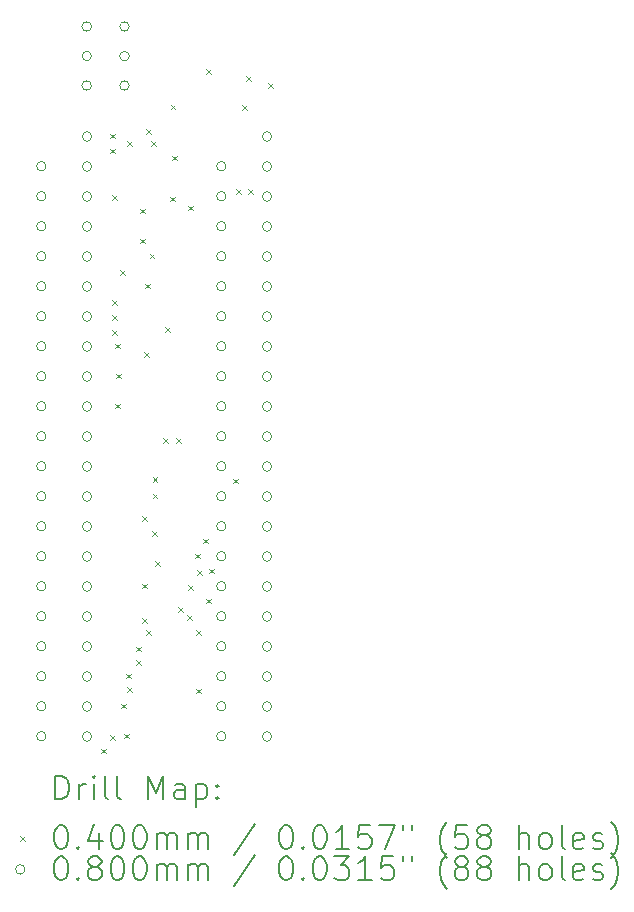
<source format=gbr>
%FSLAX45Y45*%
G04 Gerber Fmt 4.5, Leading zero omitted, Abs format (unit mm)*
G04 Created by KiCad (PCBNEW (6.0.6-1)-1) date 2022-08-08 01:27:30*
%MOMM*%
%LPD*%
G01*
G04 APERTURE LIST*
%ADD10C,0.200000*%
%ADD11C,0.040000*%
%ADD12C,0.080000*%
G04 APERTURE END LIST*
D10*
D11*
X13365800Y-11600500D02*
X13405800Y-11640500D01*
X13405800Y-11600500D02*
X13365800Y-11640500D01*
X13438250Y-6393500D02*
X13478250Y-6433500D01*
X13478250Y-6393500D02*
X13438250Y-6433500D01*
X13442000Y-6520500D02*
X13482000Y-6560500D01*
X13482000Y-6520500D02*
X13442000Y-6560500D01*
X13442000Y-11486200D02*
X13482000Y-11526200D01*
X13482000Y-11486200D02*
X13442000Y-11526200D01*
X13454700Y-6914200D02*
X13494700Y-6954200D01*
X13494700Y-6914200D02*
X13454700Y-6954200D01*
X13454700Y-7803200D02*
X13494700Y-7843200D01*
X13494700Y-7803200D02*
X13454700Y-7843200D01*
X13454700Y-7930200D02*
X13494700Y-7970200D01*
X13494700Y-7930200D02*
X13454700Y-7970200D01*
X13454700Y-8057200D02*
X13494700Y-8097200D01*
X13494700Y-8057200D02*
X13454700Y-8097200D01*
X13483250Y-8171500D02*
X13523250Y-8211500D01*
X13523250Y-8171500D02*
X13483250Y-8211500D01*
X13483250Y-8679500D02*
X13523250Y-8719500D01*
X13523250Y-8679500D02*
X13483250Y-8719500D01*
X13492800Y-8425500D02*
X13532800Y-8465500D01*
X13532800Y-8425500D02*
X13492800Y-8465500D01*
X13527150Y-7549200D02*
X13567150Y-7589200D01*
X13567150Y-7549200D02*
X13527150Y-7589200D01*
X13530900Y-11219500D02*
X13570900Y-11259500D01*
X13570900Y-11219500D02*
X13530900Y-11259500D01*
X13556300Y-11473500D02*
X13596300Y-11513500D01*
X13596300Y-11473500D02*
X13556300Y-11513500D01*
X13573250Y-10965500D02*
X13613250Y-11005500D01*
X13613250Y-10965500D02*
X13573250Y-11005500D01*
X13581700Y-11079800D02*
X13621700Y-11119800D01*
X13621700Y-11079800D02*
X13581700Y-11119800D01*
X13583002Y-6457096D02*
X13623002Y-6497096D01*
X13623002Y-6457096D02*
X13583002Y-6497096D01*
X13657900Y-10736900D02*
X13697900Y-10776900D01*
X13697900Y-10736900D02*
X13657900Y-10776900D01*
X13657900Y-10851200D02*
X13697900Y-10891200D01*
X13697900Y-10851200D02*
X13657900Y-10891200D01*
X13692250Y-7028500D02*
X13732250Y-7068500D01*
X13732250Y-7028500D02*
X13692250Y-7068500D01*
X13696000Y-7282500D02*
X13736000Y-7322500D01*
X13736000Y-7282500D02*
X13696000Y-7322500D01*
X13708250Y-10495600D02*
X13748250Y-10535600D01*
X13748250Y-10495600D02*
X13708250Y-10535600D01*
X13708300Y-9631530D02*
X13748300Y-9671530D01*
X13748300Y-9631530D02*
X13708300Y-9671530D01*
X13708300Y-10203500D02*
X13748300Y-10243500D01*
X13748300Y-10203500D02*
X13708300Y-10243500D01*
X13724550Y-8246595D02*
X13764550Y-8286595D01*
X13764550Y-8246595D02*
X13724550Y-8286595D01*
X13737250Y-7663500D02*
X13777250Y-7703500D01*
X13777250Y-7663500D02*
X13737250Y-7703500D01*
X13746800Y-6355400D02*
X13786800Y-6395400D01*
X13786800Y-6355400D02*
X13746800Y-6395400D01*
X13746800Y-10597200D02*
X13786800Y-10637200D01*
X13786800Y-10597200D02*
X13746800Y-10637200D01*
X13773095Y-7410395D02*
X13813095Y-7450395D01*
X13813095Y-7410395D02*
X13773095Y-7450395D01*
X13784900Y-6457000D02*
X13824900Y-6497000D01*
X13824900Y-6457000D02*
X13784900Y-6497000D01*
X13798030Y-9759430D02*
X13838030Y-9799430D01*
X13838030Y-9759430D02*
X13798030Y-9799430D01*
X13798250Y-9301800D02*
X13838250Y-9341800D01*
X13838250Y-9301800D02*
X13798250Y-9341800D01*
X13798250Y-9441500D02*
X13838250Y-9481500D01*
X13838250Y-9441500D02*
X13798250Y-9481500D01*
X13819250Y-10013000D02*
X13859250Y-10053000D01*
X13859250Y-10013000D02*
X13819250Y-10053000D01*
X13888250Y-8971600D02*
X13928250Y-9011600D01*
X13928250Y-8971600D02*
X13888250Y-9011600D01*
X13902950Y-8031800D02*
X13942950Y-8071800D01*
X13942950Y-8031800D02*
X13902950Y-8071800D01*
X13950000Y-6926900D02*
X13990000Y-6966900D01*
X13990000Y-6926900D02*
X13950000Y-6966900D01*
X13952540Y-6149470D02*
X13992540Y-6189470D01*
X13992540Y-6149470D02*
X13952540Y-6189470D01*
X13962700Y-6580130D02*
X14002700Y-6620130D01*
X14002700Y-6580130D02*
X13962700Y-6620130D01*
X13996550Y-8971600D02*
X14036550Y-9011600D01*
X14036550Y-8971600D02*
X13996550Y-9011600D01*
X14013500Y-10402950D02*
X14053500Y-10442950D01*
X14053500Y-10402950D02*
X14013500Y-10442950D01*
X14089700Y-10470200D02*
X14129700Y-10510200D01*
X14129700Y-10470200D02*
X14089700Y-10510200D01*
X14097200Y-10216200D02*
X14137200Y-10256200D01*
X14137200Y-10216200D02*
X14097200Y-10256200D01*
X14102400Y-7003100D02*
X14142400Y-7043100D01*
X14142400Y-7003100D02*
X14102400Y-7043100D01*
X14156950Y-9949500D02*
X14196950Y-9989500D01*
X14196950Y-9949500D02*
X14156950Y-9989500D01*
X14165900Y-11092500D02*
X14205900Y-11132500D01*
X14205900Y-11092500D02*
X14165900Y-11132500D01*
X14169650Y-10597200D02*
X14209650Y-10637200D01*
X14209650Y-10597200D02*
X14169650Y-10637200D01*
X14178600Y-10089200D02*
X14218600Y-10129200D01*
X14218600Y-10089200D02*
X14178600Y-10129200D01*
X14229400Y-9822500D02*
X14269400Y-9862500D01*
X14269400Y-9822500D02*
X14229400Y-9862500D01*
X14254800Y-5847400D02*
X14294800Y-5887400D01*
X14294800Y-5847400D02*
X14254800Y-5887400D01*
X14254800Y-10330500D02*
X14294800Y-10370500D01*
X14294800Y-10330500D02*
X14254800Y-10370500D01*
X14280200Y-10076500D02*
X14320200Y-10116500D01*
X14320200Y-10076500D02*
X14280200Y-10116500D01*
X14483400Y-9314500D02*
X14523400Y-9354500D01*
X14523400Y-9314500D02*
X14483400Y-9354500D01*
X14508800Y-6863400D02*
X14548800Y-6903400D01*
X14548800Y-6863400D02*
X14508800Y-6903400D01*
X14559600Y-6152200D02*
X14599600Y-6192200D01*
X14599600Y-6152200D02*
X14559600Y-6192200D01*
X14592630Y-5908490D02*
X14632630Y-5948490D01*
X14632630Y-5908490D02*
X14592630Y-5948490D01*
X14610400Y-6863400D02*
X14650400Y-6903400D01*
X14650400Y-6863400D02*
X14610400Y-6903400D01*
X14776655Y-5968981D02*
X14816655Y-6008981D01*
X14816655Y-5968981D02*
X14776655Y-6008981D01*
D12*
X12896980Y-6670540D02*
G75*
G03*
X12896980Y-6670540I-40000J0D01*
G01*
X12896980Y-6924540D02*
G75*
G03*
X12896980Y-6924540I-40000J0D01*
G01*
X12896980Y-7178540D02*
G75*
G03*
X12896980Y-7178540I-40000J0D01*
G01*
X12896980Y-7432540D02*
G75*
G03*
X12896980Y-7432540I-40000J0D01*
G01*
X12896980Y-7686540D02*
G75*
G03*
X12896980Y-7686540I-40000J0D01*
G01*
X12896980Y-7940540D02*
G75*
G03*
X12896980Y-7940540I-40000J0D01*
G01*
X12896980Y-8194540D02*
G75*
G03*
X12896980Y-8194540I-40000J0D01*
G01*
X12896980Y-8448540D02*
G75*
G03*
X12896980Y-8448540I-40000J0D01*
G01*
X12896980Y-8702540D02*
G75*
G03*
X12896980Y-8702540I-40000J0D01*
G01*
X12896980Y-8956540D02*
G75*
G03*
X12896980Y-8956540I-40000J0D01*
G01*
X12896980Y-9210540D02*
G75*
G03*
X12896980Y-9210540I-40000J0D01*
G01*
X12896980Y-9464540D02*
G75*
G03*
X12896980Y-9464540I-40000J0D01*
G01*
X12896980Y-9718540D02*
G75*
G03*
X12896980Y-9718540I-40000J0D01*
G01*
X12896980Y-9972540D02*
G75*
G03*
X12896980Y-9972540I-40000J0D01*
G01*
X12896980Y-10226540D02*
G75*
G03*
X12896980Y-10226540I-40000J0D01*
G01*
X12896980Y-10480540D02*
G75*
G03*
X12896980Y-10480540I-40000J0D01*
G01*
X12896980Y-10734540D02*
G75*
G03*
X12896980Y-10734540I-40000J0D01*
G01*
X12896980Y-10988540D02*
G75*
G03*
X12896980Y-10988540I-40000J0D01*
G01*
X12896980Y-11242540D02*
G75*
G03*
X12896980Y-11242540I-40000J0D01*
G01*
X12896980Y-11496540D02*
G75*
G03*
X12896980Y-11496540I-40000J0D01*
G01*
X13281040Y-5486950D02*
G75*
G03*
X13281040Y-5486950I-40000J0D01*
G01*
X13281040Y-5736950D02*
G75*
G03*
X13281040Y-5736950I-40000J0D01*
G01*
X13281040Y-5986950D02*
G75*
G03*
X13281040Y-5986950I-40000J0D01*
G01*
X13283560Y-6418580D02*
G75*
G03*
X13283560Y-6418580I-40000J0D01*
G01*
X13283560Y-6672580D02*
G75*
G03*
X13283560Y-6672580I-40000J0D01*
G01*
X13283560Y-6926580D02*
G75*
G03*
X13283560Y-6926580I-40000J0D01*
G01*
X13283560Y-7180580D02*
G75*
G03*
X13283560Y-7180580I-40000J0D01*
G01*
X13283560Y-7434580D02*
G75*
G03*
X13283560Y-7434580I-40000J0D01*
G01*
X13283560Y-7688580D02*
G75*
G03*
X13283560Y-7688580I-40000J0D01*
G01*
X13283560Y-7942580D02*
G75*
G03*
X13283560Y-7942580I-40000J0D01*
G01*
X13283560Y-8196580D02*
G75*
G03*
X13283560Y-8196580I-40000J0D01*
G01*
X13283560Y-8450580D02*
G75*
G03*
X13283560Y-8450580I-40000J0D01*
G01*
X13283560Y-8704580D02*
G75*
G03*
X13283560Y-8704580I-40000J0D01*
G01*
X13283560Y-8958580D02*
G75*
G03*
X13283560Y-8958580I-40000J0D01*
G01*
X13283560Y-9212580D02*
G75*
G03*
X13283560Y-9212580I-40000J0D01*
G01*
X13283560Y-9466580D02*
G75*
G03*
X13283560Y-9466580I-40000J0D01*
G01*
X13283560Y-9720580D02*
G75*
G03*
X13283560Y-9720580I-40000J0D01*
G01*
X13283560Y-9974580D02*
G75*
G03*
X13283560Y-9974580I-40000J0D01*
G01*
X13283560Y-10228580D02*
G75*
G03*
X13283560Y-10228580I-40000J0D01*
G01*
X13283560Y-10482580D02*
G75*
G03*
X13283560Y-10482580I-40000J0D01*
G01*
X13283560Y-10736580D02*
G75*
G03*
X13283560Y-10736580I-40000J0D01*
G01*
X13283560Y-10990580D02*
G75*
G03*
X13283560Y-10990580I-40000J0D01*
G01*
X13283560Y-11244580D02*
G75*
G03*
X13283560Y-11244580I-40000J0D01*
G01*
X13283560Y-11498580D02*
G75*
G03*
X13283560Y-11498580I-40000J0D01*
G01*
X13601040Y-5486950D02*
G75*
G03*
X13601040Y-5486950I-40000J0D01*
G01*
X13601040Y-5736950D02*
G75*
G03*
X13601040Y-5736950I-40000J0D01*
G01*
X13601040Y-5986950D02*
G75*
G03*
X13601040Y-5986950I-40000J0D01*
G01*
X14420980Y-6670540D02*
G75*
G03*
X14420980Y-6670540I-40000J0D01*
G01*
X14420980Y-6924540D02*
G75*
G03*
X14420980Y-6924540I-40000J0D01*
G01*
X14420980Y-7178540D02*
G75*
G03*
X14420980Y-7178540I-40000J0D01*
G01*
X14420980Y-7432540D02*
G75*
G03*
X14420980Y-7432540I-40000J0D01*
G01*
X14420980Y-7686540D02*
G75*
G03*
X14420980Y-7686540I-40000J0D01*
G01*
X14420980Y-7940540D02*
G75*
G03*
X14420980Y-7940540I-40000J0D01*
G01*
X14420980Y-8194540D02*
G75*
G03*
X14420980Y-8194540I-40000J0D01*
G01*
X14420980Y-8448540D02*
G75*
G03*
X14420980Y-8448540I-40000J0D01*
G01*
X14420980Y-8702540D02*
G75*
G03*
X14420980Y-8702540I-40000J0D01*
G01*
X14420980Y-8956540D02*
G75*
G03*
X14420980Y-8956540I-40000J0D01*
G01*
X14420980Y-9210540D02*
G75*
G03*
X14420980Y-9210540I-40000J0D01*
G01*
X14420980Y-9464540D02*
G75*
G03*
X14420980Y-9464540I-40000J0D01*
G01*
X14420980Y-9718540D02*
G75*
G03*
X14420980Y-9718540I-40000J0D01*
G01*
X14420980Y-9972540D02*
G75*
G03*
X14420980Y-9972540I-40000J0D01*
G01*
X14420980Y-10226540D02*
G75*
G03*
X14420980Y-10226540I-40000J0D01*
G01*
X14420980Y-10480540D02*
G75*
G03*
X14420980Y-10480540I-40000J0D01*
G01*
X14420980Y-10734540D02*
G75*
G03*
X14420980Y-10734540I-40000J0D01*
G01*
X14420980Y-10988540D02*
G75*
G03*
X14420980Y-10988540I-40000J0D01*
G01*
X14420980Y-11242540D02*
G75*
G03*
X14420980Y-11242540I-40000J0D01*
G01*
X14420980Y-11496540D02*
G75*
G03*
X14420980Y-11496540I-40000J0D01*
G01*
X14807560Y-6418580D02*
G75*
G03*
X14807560Y-6418580I-40000J0D01*
G01*
X14807560Y-6672580D02*
G75*
G03*
X14807560Y-6672580I-40000J0D01*
G01*
X14807560Y-6926580D02*
G75*
G03*
X14807560Y-6926580I-40000J0D01*
G01*
X14807560Y-7180580D02*
G75*
G03*
X14807560Y-7180580I-40000J0D01*
G01*
X14807560Y-7434580D02*
G75*
G03*
X14807560Y-7434580I-40000J0D01*
G01*
X14807560Y-7688580D02*
G75*
G03*
X14807560Y-7688580I-40000J0D01*
G01*
X14807560Y-7942580D02*
G75*
G03*
X14807560Y-7942580I-40000J0D01*
G01*
X14807560Y-8196580D02*
G75*
G03*
X14807560Y-8196580I-40000J0D01*
G01*
X14807560Y-8450580D02*
G75*
G03*
X14807560Y-8450580I-40000J0D01*
G01*
X14807560Y-8704580D02*
G75*
G03*
X14807560Y-8704580I-40000J0D01*
G01*
X14807560Y-8958580D02*
G75*
G03*
X14807560Y-8958580I-40000J0D01*
G01*
X14807560Y-9212580D02*
G75*
G03*
X14807560Y-9212580I-40000J0D01*
G01*
X14807560Y-9466580D02*
G75*
G03*
X14807560Y-9466580I-40000J0D01*
G01*
X14807560Y-9720580D02*
G75*
G03*
X14807560Y-9720580I-40000J0D01*
G01*
X14807560Y-9974580D02*
G75*
G03*
X14807560Y-9974580I-40000J0D01*
G01*
X14807560Y-10228580D02*
G75*
G03*
X14807560Y-10228580I-40000J0D01*
G01*
X14807560Y-10482580D02*
G75*
G03*
X14807560Y-10482580I-40000J0D01*
G01*
X14807560Y-10736580D02*
G75*
G03*
X14807560Y-10736580I-40000J0D01*
G01*
X14807560Y-10990580D02*
G75*
G03*
X14807560Y-10990580I-40000J0D01*
G01*
X14807560Y-11244580D02*
G75*
G03*
X14807560Y-11244580I-40000J0D01*
G01*
X14807560Y-11498580D02*
G75*
G03*
X14807560Y-11498580I-40000J0D01*
G01*
D10*
X12976469Y-12030126D02*
X12976469Y-11830126D01*
X13024088Y-11830126D01*
X13052659Y-11839650D01*
X13071707Y-11858698D01*
X13081231Y-11877745D01*
X13090755Y-11915840D01*
X13090755Y-11944412D01*
X13081231Y-11982507D01*
X13071707Y-12001555D01*
X13052659Y-12020602D01*
X13024088Y-12030126D01*
X12976469Y-12030126D01*
X13176469Y-12030126D02*
X13176469Y-11896793D01*
X13176469Y-11934888D02*
X13185993Y-11915840D01*
X13195517Y-11906317D01*
X13214564Y-11896793D01*
X13233612Y-11896793D01*
X13300278Y-12030126D02*
X13300278Y-11896793D01*
X13300278Y-11830126D02*
X13290755Y-11839650D01*
X13300278Y-11849174D01*
X13309802Y-11839650D01*
X13300278Y-11830126D01*
X13300278Y-11849174D01*
X13424088Y-12030126D02*
X13405040Y-12020602D01*
X13395517Y-12001555D01*
X13395517Y-11830126D01*
X13528850Y-12030126D02*
X13509802Y-12020602D01*
X13500278Y-12001555D01*
X13500278Y-11830126D01*
X13757421Y-12030126D02*
X13757421Y-11830126D01*
X13824088Y-11972983D01*
X13890755Y-11830126D01*
X13890755Y-12030126D01*
X14071707Y-12030126D02*
X14071707Y-11925364D01*
X14062183Y-11906317D01*
X14043136Y-11896793D01*
X14005040Y-11896793D01*
X13985993Y-11906317D01*
X14071707Y-12020602D02*
X14052659Y-12030126D01*
X14005040Y-12030126D01*
X13985993Y-12020602D01*
X13976469Y-12001555D01*
X13976469Y-11982507D01*
X13985993Y-11963459D01*
X14005040Y-11953936D01*
X14052659Y-11953936D01*
X14071707Y-11944412D01*
X14166945Y-11896793D02*
X14166945Y-12096793D01*
X14166945Y-11906317D02*
X14185993Y-11896793D01*
X14224088Y-11896793D01*
X14243136Y-11906317D01*
X14252659Y-11915840D01*
X14262183Y-11934888D01*
X14262183Y-11992031D01*
X14252659Y-12011078D01*
X14243136Y-12020602D01*
X14224088Y-12030126D01*
X14185993Y-12030126D01*
X14166945Y-12020602D01*
X14347898Y-12011078D02*
X14357421Y-12020602D01*
X14347898Y-12030126D01*
X14338374Y-12020602D01*
X14347898Y-12011078D01*
X14347898Y-12030126D01*
X14347898Y-11906317D02*
X14357421Y-11915840D01*
X14347898Y-11925364D01*
X14338374Y-11915840D01*
X14347898Y-11906317D01*
X14347898Y-11925364D01*
D11*
X12678850Y-12339650D02*
X12718850Y-12379650D01*
X12718850Y-12339650D02*
X12678850Y-12379650D01*
D10*
X13014564Y-12250126D02*
X13033612Y-12250126D01*
X13052659Y-12259650D01*
X13062183Y-12269174D01*
X13071707Y-12288221D01*
X13081231Y-12326317D01*
X13081231Y-12373936D01*
X13071707Y-12412031D01*
X13062183Y-12431078D01*
X13052659Y-12440602D01*
X13033612Y-12450126D01*
X13014564Y-12450126D01*
X12995517Y-12440602D01*
X12985993Y-12431078D01*
X12976469Y-12412031D01*
X12966945Y-12373936D01*
X12966945Y-12326317D01*
X12976469Y-12288221D01*
X12985993Y-12269174D01*
X12995517Y-12259650D01*
X13014564Y-12250126D01*
X13166945Y-12431078D02*
X13176469Y-12440602D01*
X13166945Y-12450126D01*
X13157421Y-12440602D01*
X13166945Y-12431078D01*
X13166945Y-12450126D01*
X13347898Y-12316793D02*
X13347898Y-12450126D01*
X13300278Y-12240602D02*
X13252659Y-12383459D01*
X13376469Y-12383459D01*
X13490755Y-12250126D02*
X13509802Y-12250126D01*
X13528850Y-12259650D01*
X13538374Y-12269174D01*
X13547898Y-12288221D01*
X13557421Y-12326317D01*
X13557421Y-12373936D01*
X13547898Y-12412031D01*
X13538374Y-12431078D01*
X13528850Y-12440602D01*
X13509802Y-12450126D01*
X13490755Y-12450126D01*
X13471707Y-12440602D01*
X13462183Y-12431078D01*
X13452659Y-12412031D01*
X13443136Y-12373936D01*
X13443136Y-12326317D01*
X13452659Y-12288221D01*
X13462183Y-12269174D01*
X13471707Y-12259650D01*
X13490755Y-12250126D01*
X13681231Y-12250126D02*
X13700278Y-12250126D01*
X13719326Y-12259650D01*
X13728850Y-12269174D01*
X13738374Y-12288221D01*
X13747898Y-12326317D01*
X13747898Y-12373936D01*
X13738374Y-12412031D01*
X13728850Y-12431078D01*
X13719326Y-12440602D01*
X13700278Y-12450126D01*
X13681231Y-12450126D01*
X13662183Y-12440602D01*
X13652659Y-12431078D01*
X13643136Y-12412031D01*
X13633612Y-12373936D01*
X13633612Y-12326317D01*
X13643136Y-12288221D01*
X13652659Y-12269174D01*
X13662183Y-12259650D01*
X13681231Y-12250126D01*
X13833612Y-12450126D02*
X13833612Y-12316793D01*
X13833612Y-12335840D02*
X13843136Y-12326317D01*
X13862183Y-12316793D01*
X13890755Y-12316793D01*
X13909802Y-12326317D01*
X13919326Y-12345364D01*
X13919326Y-12450126D01*
X13919326Y-12345364D02*
X13928850Y-12326317D01*
X13947898Y-12316793D01*
X13976469Y-12316793D01*
X13995517Y-12326317D01*
X14005040Y-12345364D01*
X14005040Y-12450126D01*
X14100278Y-12450126D02*
X14100278Y-12316793D01*
X14100278Y-12335840D02*
X14109802Y-12326317D01*
X14128850Y-12316793D01*
X14157421Y-12316793D01*
X14176469Y-12326317D01*
X14185993Y-12345364D01*
X14185993Y-12450126D01*
X14185993Y-12345364D02*
X14195517Y-12326317D01*
X14214564Y-12316793D01*
X14243136Y-12316793D01*
X14262183Y-12326317D01*
X14271707Y-12345364D01*
X14271707Y-12450126D01*
X14662183Y-12240602D02*
X14490755Y-12497745D01*
X14919326Y-12250126D02*
X14938374Y-12250126D01*
X14957421Y-12259650D01*
X14966945Y-12269174D01*
X14976469Y-12288221D01*
X14985993Y-12326317D01*
X14985993Y-12373936D01*
X14976469Y-12412031D01*
X14966945Y-12431078D01*
X14957421Y-12440602D01*
X14938374Y-12450126D01*
X14919326Y-12450126D01*
X14900278Y-12440602D01*
X14890755Y-12431078D01*
X14881231Y-12412031D01*
X14871707Y-12373936D01*
X14871707Y-12326317D01*
X14881231Y-12288221D01*
X14890755Y-12269174D01*
X14900278Y-12259650D01*
X14919326Y-12250126D01*
X15071707Y-12431078D02*
X15081231Y-12440602D01*
X15071707Y-12450126D01*
X15062183Y-12440602D01*
X15071707Y-12431078D01*
X15071707Y-12450126D01*
X15205040Y-12250126D02*
X15224088Y-12250126D01*
X15243136Y-12259650D01*
X15252659Y-12269174D01*
X15262183Y-12288221D01*
X15271707Y-12326317D01*
X15271707Y-12373936D01*
X15262183Y-12412031D01*
X15252659Y-12431078D01*
X15243136Y-12440602D01*
X15224088Y-12450126D01*
X15205040Y-12450126D01*
X15185993Y-12440602D01*
X15176469Y-12431078D01*
X15166945Y-12412031D01*
X15157421Y-12373936D01*
X15157421Y-12326317D01*
X15166945Y-12288221D01*
X15176469Y-12269174D01*
X15185993Y-12259650D01*
X15205040Y-12250126D01*
X15462183Y-12450126D02*
X15347898Y-12450126D01*
X15405040Y-12450126D02*
X15405040Y-12250126D01*
X15385993Y-12278698D01*
X15366945Y-12297745D01*
X15347898Y-12307269D01*
X15643136Y-12250126D02*
X15547898Y-12250126D01*
X15538374Y-12345364D01*
X15547898Y-12335840D01*
X15566945Y-12326317D01*
X15614564Y-12326317D01*
X15633612Y-12335840D01*
X15643136Y-12345364D01*
X15652659Y-12364412D01*
X15652659Y-12412031D01*
X15643136Y-12431078D01*
X15633612Y-12440602D01*
X15614564Y-12450126D01*
X15566945Y-12450126D01*
X15547898Y-12440602D01*
X15538374Y-12431078D01*
X15719326Y-12250126D02*
X15852659Y-12250126D01*
X15766945Y-12450126D01*
X15919326Y-12250126D02*
X15919326Y-12288221D01*
X15995517Y-12250126D02*
X15995517Y-12288221D01*
X16290755Y-12526317D02*
X16281231Y-12516793D01*
X16262183Y-12488221D01*
X16252659Y-12469174D01*
X16243136Y-12440602D01*
X16233612Y-12392983D01*
X16233612Y-12354888D01*
X16243136Y-12307269D01*
X16252659Y-12278698D01*
X16262183Y-12259650D01*
X16281231Y-12231078D01*
X16290755Y-12221555D01*
X16462183Y-12250126D02*
X16366945Y-12250126D01*
X16357421Y-12345364D01*
X16366945Y-12335840D01*
X16385993Y-12326317D01*
X16433612Y-12326317D01*
X16452659Y-12335840D01*
X16462183Y-12345364D01*
X16471707Y-12364412D01*
X16471707Y-12412031D01*
X16462183Y-12431078D01*
X16452659Y-12440602D01*
X16433612Y-12450126D01*
X16385993Y-12450126D01*
X16366945Y-12440602D01*
X16357421Y-12431078D01*
X16585993Y-12335840D02*
X16566945Y-12326317D01*
X16557421Y-12316793D01*
X16547898Y-12297745D01*
X16547898Y-12288221D01*
X16557421Y-12269174D01*
X16566945Y-12259650D01*
X16585993Y-12250126D01*
X16624088Y-12250126D01*
X16643136Y-12259650D01*
X16652659Y-12269174D01*
X16662183Y-12288221D01*
X16662183Y-12297745D01*
X16652659Y-12316793D01*
X16643136Y-12326317D01*
X16624088Y-12335840D01*
X16585993Y-12335840D01*
X16566945Y-12345364D01*
X16557421Y-12354888D01*
X16547898Y-12373936D01*
X16547898Y-12412031D01*
X16557421Y-12431078D01*
X16566945Y-12440602D01*
X16585993Y-12450126D01*
X16624088Y-12450126D01*
X16643136Y-12440602D01*
X16652659Y-12431078D01*
X16662183Y-12412031D01*
X16662183Y-12373936D01*
X16652659Y-12354888D01*
X16643136Y-12345364D01*
X16624088Y-12335840D01*
X16900279Y-12450126D02*
X16900279Y-12250126D01*
X16985993Y-12450126D02*
X16985993Y-12345364D01*
X16976469Y-12326317D01*
X16957421Y-12316793D01*
X16928850Y-12316793D01*
X16909802Y-12326317D01*
X16900279Y-12335840D01*
X17109802Y-12450126D02*
X17090755Y-12440602D01*
X17081231Y-12431078D01*
X17071707Y-12412031D01*
X17071707Y-12354888D01*
X17081231Y-12335840D01*
X17090755Y-12326317D01*
X17109802Y-12316793D01*
X17138374Y-12316793D01*
X17157421Y-12326317D01*
X17166945Y-12335840D01*
X17176469Y-12354888D01*
X17176469Y-12412031D01*
X17166945Y-12431078D01*
X17157421Y-12440602D01*
X17138374Y-12450126D01*
X17109802Y-12450126D01*
X17290755Y-12450126D02*
X17271707Y-12440602D01*
X17262183Y-12421555D01*
X17262183Y-12250126D01*
X17443136Y-12440602D02*
X17424088Y-12450126D01*
X17385993Y-12450126D01*
X17366945Y-12440602D01*
X17357421Y-12421555D01*
X17357421Y-12345364D01*
X17366945Y-12326317D01*
X17385993Y-12316793D01*
X17424088Y-12316793D01*
X17443136Y-12326317D01*
X17452660Y-12345364D01*
X17452660Y-12364412D01*
X17357421Y-12383459D01*
X17528850Y-12440602D02*
X17547898Y-12450126D01*
X17585993Y-12450126D01*
X17605040Y-12440602D01*
X17614564Y-12421555D01*
X17614564Y-12412031D01*
X17605040Y-12392983D01*
X17585993Y-12383459D01*
X17557421Y-12383459D01*
X17538374Y-12373936D01*
X17528850Y-12354888D01*
X17528850Y-12345364D01*
X17538374Y-12326317D01*
X17557421Y-12316793D01*
X17585993Y-12316793D01*
X17605040Y-12326317D01*
X17681231Y-12526317D02*
X17690755Y-12516793D01*
X17709802Y-12488221D01*
X17719326Y-12469174D01*
X17728850Y-12440602D01*
X17738374Y-12392983D01*
X17738374Y-12354888D01*
X17728850Y-12307269D01*
X17719326Y-12278698D01*
X17709802Y-12259650D01*
X17690755Y-12231078D01*
X17681231Y-12221555D01*
D12*
X12718850Y-12623650D02*
G75*
G03*
X12718850Y-12623650I-40000J0D01*
G01*
D10*
X13014564Y-12514126D02*
X13033612Y-12514126D01*
X13052659Y-12523650D01*
X13062183Y-12533174D01*
X13071707Y-12552221D01*
X13081231Y-12590317D01*
X13081231Y-12637936D01*
X13071707Y-12676031D01*
X13062183Y-12695078D01*
X13052659Y-12704602D01*
X13033612Y-12714126D01*
X13014564Y-12714126D01*
X12995517Y-12704602D01*
X12985993Y-12695078D01*
X12976469Y-12676031D01*
X12966945Y-12637936D01*
X12966945Y-12590317D01*
X12976469Y-12552221D01*
X12985993Y-12533174D01*
X12995517Y-12523650D01*
X13014564Y-12514126D01*
X13166945Y-12695078D02*
X13176469Y-12704602D01*
X13166945Y-12714126D01*
X13157421Y-12704602D01*
X13166945Y-12695078D01*
X13166945Y-12714126D01*
X13290755Y-12599840D02*
X13271707Y-12590317D01*
X13262183Y-12580793D01*
X13252659Y-12561745D01*
X13252659Y-12552221D01*
X13262183Y-12533174D01*
X13271707Y-12523650D01*
X13290755Y-12514126D01*
X13328850Y-12514126D01*
X13347898Y-12523650D01*
X13357421Y-12533174D01*
X13366945Y-12552221D01*
X13366945Y-12561745D01*
X13357421Y-12580793D01*
X13347898Y-12590317D01*
X13328850Y-12599840D01*
X13290755Y-12599840D01*
X13271707Y-12609364D01*
X13262183Y-12618888D01*
X13252659Y-12637936D01*
X13252659Y-12676031D01*
X13262183Y-12695078D01*
X13271707Y-12704602D01*
X13290755Y-12714126D01*
X13328850Y-12714126D01*
X13347898Y-12704602D01*
X13357421Y-12695078D01*
X13366945Y-12676031D01*
X13366945Y-12637936D01*
X13357421Y-12618888D01*
X13347898Y-12609364D01*
X13328850Y-12599840D01*
X13490755Y-12514126D02*
X13509802Y-12514126D01*
X13528850Y-12523650D01*
X13538374Y-12533174D01*
X13547898Y-12552221D01*
X13557421Y-12590317D01*
X13557421Y-12637936D01*
X13547898Y-12676031D01*
X13538374Y-12695078D01*
X13528850Y-12704602D01*
X13509802Y-12714126D01*
X13490755Y-12714126D01*
X13471707Y-12704602D01*
X13462183Y-12695078D01*
X13452659Y-12676031D01*
X13443136Y-12637936D01*
X13443136Y-12590317D01*
X13452659Y-12552221D01*
X13462183Y-12533174D01*
X13471707Y-12523650D01*
X13490755Y-12514126D01*
X13681231Y-12514126D02*
X13700278Y-12514126D01*
X13719326Y-12523650D01*
X13728850Y-12533174D01*
X13738374Y-12552221D01*
X13747898Y-12590317D01*
X13747898Y-12637936D01*
X13738374Y-12676031D01*
X13728850Y-12695078D01*
X13719326Y-12704602D01*
X13700278Y-12714126D01*
X13681231Y-12714126D01*
X13662183Y-12704602D01*
X13652659Y-12695078D01*
X13643136Y-12676031D01*
X13633612Y-12637936D01*
X13633612Y-12590317D01*
X13643136Y-12552221D01*
X13652659Y-12533174D01*
X13662183Y-12523650D01*
X13681231Y-12514126D01*
X13833612Y-12714126D02*
X13833612Y-12580793D01*
X13833612Y-12599840D02*
X13843136Y-12590317D01*
X13862183Y-12580793D01*
X13890755Y-12580793D01*
X13909802Y-12590317D01*
X13919326Y-12609364D01*
X13919326Y-12714126D01*
X13919326Y-12609364D02*
X13928850Y-12590317D01*
X13947898Y-12580793D01*
X13976469Y-12580793D01*
X13995517Y-12590317D01*
X14005040Y-12609364D01*
X14005040Y-12714126D01*
X14100278Y-12714126D02*
X14100278Y-12580793D01*
X14100278Y-12599840D02*
X14109802Y-12590317D01*
X14128850Y-12580793D01*
X14157421Y-12580793D01*
X14176469Y-12590317D01*
X14185993Y-12609364D01*
X14185993Y-12714126D01*
X14185993Y-12609364D02*
X14195517Y-12590317D01*
X14214564Y-12580793D01*
X14243136Y-12580793D01*
X14262183Y-12590317D01*
X14271707Y-12609364D01*
X14271707Y-12714126D01*
X14662183Y-12504602D02*
X14490755Y-12761745D01*
X14919326Y-12514126D02*
X14938374Y-12514126D01*
X14957421Y-12523650D01*
X14966945Y-12533174D01*
X14976469Y-12552221D01*
X14985993Y-12590317D01*
X14985993Y-12637936D01*
X14976469Y-12676031D01*
X14966945Y-12695078D01*
X14957421Y-12704602D01*
X14938374Y-12714126D01*
X14919326Y-12714126D01*
X14900278Y-12704602D01*
X14890755Y-12695078D01*
X14881231Y-12676031D01*
X14871707Y-12637936D01*
X14871707Y-12590317D01*
X14881231Y-12552221D01*
X14890755Y-12533174D01*
X14900278Y-12523650D01*
X14919326Y-12514126D01*
X15071707Y-12695078D02*
X15081231Y-12704602D01*
X15071707Y-12714126D01*
X15062183Y-12704602D01*
X15071707Y-12695078D01*
X15071707Y-12714126D01*
X15205040Y-12514126D02*
X15224088Y-12514126D01*
X15243136Y-12523650D01*
X15252659Y-12533174D01*
X15262183Y-12552221D01*
X15271707Y-12590317D01*
X15271707Y-12637936D01*
X15262183Y-12676031D01*
X15252659Y-12695078D01*
X15243136Y-12704602D01*
X15224088Y-12714126D01*
X15205040Y-12714126D01*
X15185993Y-12704602D01*
X15176469Y-12695078D01*
X15166945Y-12676031D01*
X15157421Y-12637936D01*
X15157421Y-12590317D01*
X15166945Y-12552221D01*
X15176469Y-12533174D01*
X15185993Y-12523650D01*
X15205040Y-12514126D01*
X15338374Y-12514126D02*
X15462183Y-12514126D01*
X15395517Y-12590317D01*
X15424088Y-12590317D01*
X15443136Y-12599840D01*
X15452659Y-12609364D01*
X15462183Y-12628412D01*
X15462183Y-12676031D01*
X15452659Y-12695078D01*
X15443136Y-12704602D01*
X15424088Y-12714126D01*
X15366945Y-12714126D01*
X15347898Y-12704602D01*
X15338374Y-12695078D01*
X15652659Y-12714126D02*
X15538374Y-12714126D01*
X15595517Y-12714126D02*
X15595517Y-12514126D01*
X15576469Y-12542698D01*
X15557421Y-12561745D01*
X15538374Y-12571269D01*
X15833612Y-12514126D02*
X15738374Y-12514126D01*
X15728850Y-12609364D01*
X15738374Y-12599840D01*
X15757421Y-12590317D01*
X15805040Y-12590317D01*
X15824088Y-12599840D01*
X15833612Y-12609364D01*
X15843136Y-12628412D01*
X15843136Y-12676031D01*
X15833612Y-12695078D01*
X15824088Y-12704602D01*
X15805040Y-12714126D01*
X15757421Y-12714126D01*
X15738374Y-12704602D01*
X15728850Y-12695078D01*
X15919326Y-12514126D02*
X15919326Y-12552221D01*
X15995517Y-12514126D02*
X15995517Y-12552221D01*
X16290755Y-12790317D02*
X16281231Y-12780793D01*
X16262183Y-12752221D01*
X16252659Y-12733174D01*
X16243136Y-12704602D01*
X16233612Y-12656983D01*
X16233612Y-12618888D01*
X16243136Y-12571269D01*
X16252659Y-12542698D01*
X16262183Y-12523650D01*
X16281231Y-12495078D01*
X16290755Y-12485555D01*
X16395517Y-12599840D02*
X16376469Y-12590317D01*
X16366945Y-12580793D01*
X16357421Y-12561745D01*
X16357421Y-12552221D01*
X16366945Y-12533174D01*
X16376469Y-12523650D01*
X16395517Y-12514126D01*
X16433612Y-12514126D01*
X16452659Y-12523650D01*
X16462183Y-12533174D01*
X16471707Y-12552221D01*
X16471707Y-12561745D01*
X16462183Y-12580793D01*
X16452659Y-12590317D01*
X16433612Y-12599840D01*
X16395517Y-12599840D01*
X16376469Y-12609364D01*
X16366945Y-12618888D01*
X16357421Y-12637936D01*
X16357421Y-12676031D01*
X16366945Y-12695078D01*
X16376469Y-12704602D01*
X16395517Y-12714126D01*
X16433612Y-12714126D01*
X16452659Y-12704602D01*
X16462183Y-12695078D01*
X16471707Y-12676031D01*
X16471707Y-12637936D01*
X16462183Y-12618888D01*
X16452659Y-12609364D01*
X16433612Y-12599840D01*
X16585993Y-12599840D02*
X16566945Y-12590317D01*
X16557421Y-12580793D01*
X16547898Y-12561745D01*
X16547898Y-12552221D01*
X16557421Y-12533174D01*
X16566945Y-12523650D01*
X16585993Y-12514126D01*
X16624088Y-12514126D01*
X16643136Y-12523650D01*
X16652659Y-12533174D01*
X16662183Y-12552221D01*
X16662183Y-12561745D01*
X16652659Y-12580793D01*
X16643136Y-12590317D01*
X16624088Y-12599840D01*
X16585993Y-12599840D01*
X16566945Y-12609364D01*
X16557421Y-12618888D01*
X16547898Y-12637936D01*
X16547898Y-12676031D01*
X16557421Y-12695078D01*
X16566945Y-12704602D01*
X16585993Y-12714126D01*
X16624088Y-12714126D01*
X16643136Y-12704602D01*
X16652659Y-12695078D01*
X16662183Y-12676031D01*
X16662183Y-12637936D01*
X16652659Y-12618888D01*
X16643136Y-12609364D01*
X16624088Y-12599840D01*
X16900279Y-12714126D02*
X16900279Y-12514126D01*
X16985993Y-12714126D02*
X16985993Y-12609364D01*
X16976469Y-12590317D01*
X16957421Y-12580793D01*
X16928850Y-12580793D01*
X16909802Y-12590317D01*
X16900279Y-12599840D01*
X17109802Y-12714126D02*
X17090755Y-12704602D01*
X17081231Y-12695078D01*
X17071707Y-12676031D01*
X17071707Y-12618888D01*
X17081231Y-12599840D01*
X17090755Y-12590317D01*
X17109802Y-12580793D01*
X17138374Y-12580793D01*
X17157421Y-12590317D01*
X17166945Y-12599840D01*
X17176469Y-12618888D01*
X17176469Y-12676031D01*
X17166945Y-12695078D01*
X17157421Y-12704602D01*
X17138374Y-12714126D01*
X17109802Y-12714126D01*
X17290755Y-12714126D02*
X17271707Y-12704602D01*
X17262183Y-12685555D01*
X17262183Y-12514126D01*
X17443136Y-12704602D02*
X17424088Y-12714126D01*
X17385993Y-12714126D01*
X17366945Y-12704602D01*
X17357421Y-12685555D01*
X17357421Y-12609364D01*
X17366945Y-12590317D01*
X17385993Y-12580793D01*
X17424088Y-12580793D01*
X17443136Y-12590317D01*
X17452660Y-12609364D01*
X17452660Y-12628412D01*
X17357421Y-12647459D01*
X17528850Y-12704602D02*
X17547898Y-12714126D01*
X17585993Y-12714126D01*
X17605040Y-12704602D01*
X17614564Y-12685555D01*
X17614564Y-12676031D01*
X17605040Y-12656983D01*
X17585993Y-12647459D01*
X17557421Y-12647459D01*
X17538374Y-12637936D01*
X17528850Y-12618888D01*
X17528850Y-12609364D01*
X17538374Y-12590317D01*
X17557421Y-12580793D01*
X17585993Y-12580793D01*
X17605040Y-12590317D01*
X17681231Y-12790317D02*
X17690755Y-12780793D01*
X17709802Y-12752221D01*
X17719326Y-12733174D01*
X17728850Y-12704602D01*
X17738374Y-12656983D01*
X17738374Y-12618888D01*
X17728850Y-12571269D01*
X17719326Y-12542698D01*
X17709802Y-12523650D01*
X17690755Y-12495078D01*
X17681231Y-12485555D01*
M02*

</source>
